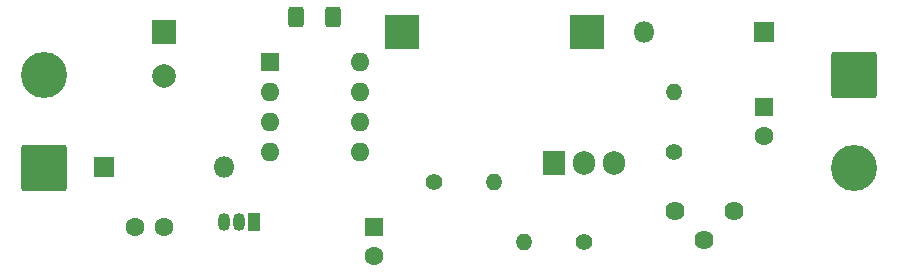
<source format=gts>
%TF.GenerationSoftware,KiCad,Pcbnew,(6.0.1)*%
%TF.CreationDate,2022-12-28T21:20:28+01:00*%
%TF.ProjectId,nixie_power_supply,6e697869-655f-4706-9f77-65725f737570,rev?*%
%TF.SameCoordinates,Original*%
%TF.FileFunction,Soldermask,Top*%
%TF.FilePolarity,Negative*%
%FSLAX46Y46*%
G04 Gerber Fmt 4.6, Leading zero omitted, Abs format (unit mm)*
G04 Created by KiCad (PCBNEW (6.0.1)) date 2022-12-28 21:20:28*
%MOMM*%
%LPD*%
G01*
G04 APERTURE LIST*
G04 Aperture macros list*
%AMRoundRect*
0 Rectangle with rounded corners*
0 $1 Rounding radius*
0 $2 $3 $4 $5 $6 $7 $8 $9 X,Y pos of 4 corners*
0 Add a 4 corners polygon primitive as box body*
4,1,4,$2,$3,$4,$5,$6,$7,$8,$9,$2,$3,0*
0 Add four circle primitives for the rounded corners*
1,1,$1+$1,$2,$3*
1,1,$1+$1,$4,$5*
1,1,$1+$1,$6,$7*
1,1,$1+$1,$8,$9*
0 Add four rect primitives between the rounded corners*
20,1,$1+$1,$2,$3,$4,$5,0*
20,1,$1+$1,$4,$5,$6,$7,0*
20,1,$1+$1,$6,$7,$8,$9,0*
20,1,$1+$1,$8,$9,$2,$3,0*%
G04 Aperture macros list end*
%ADD10R,1.600000X1.600000*%
%ADD11O,1.600000X1.600000*%
%ADD12C,1.620000*%
%ADD13C,1.400000*%
%ADD14O,1.400000X1.400000*%
%ADD15RoundRect,0.250000X-0.400000X-0.625000X0.400000X-0.625000X0.400000X0.625000X-0.400000X0.625000X0*%
%ADD16R,1.050000X1.500000*%
%ADD17O,1.050000X1.500000*%
%ADD18R,1.905000X2.000000*%
%ADD19O,1.905000X2.000000*%
%ADD20R,3.000000X2.900000*%
%ADD21RoundRect,0.250002X-1.699998X1.699998X-1.699998X-1.699998X1.699998X-1.699998X1.699998X1.699998X0*%
%ADD22C,3.900000*%
%ADD23RoundRect,0.250002X1.699998X-1.699998X1.699998X1.699998X-1.699998X1.699998X-1.699998X-1.699998X0*%
%ADD24R,1.800000X1.800000*%
%ADD25O,1.800000X1.800000*%
%ADD26C,1.600000*%
%ADD27R,2.000000X2.000000*%
%ADD28C,2.000000*%
G04 APERTURE END LIST*
D10*
%TO.C,U1*%
X110500000Y-71130000D03*
D11*
X110500000Y-73670000D03*
X110500000Y-76210000D03*
X110500000Y-78750000D03*
X118120000Y-78750000D03*
X118120000Y-76210000D03*
X118120000Y-73670000D03*
X118120000Y-71130000D03*
%TD*%
D12*
%TO.C,RV1*%
X149820000Y-83765000D03*
X147320000Y-86265000D03*
X144820000Y-83765000D03*
%TD*%
D13*
%TO.C,R5*%
X144780000Y-78740000D03*
D14*
X144780000Y-73660000D03*
%TD*%
D13*
%TO.C,R3*%
X137160000Y-86360000D03*
D14*
X132080000Y-86360000D03*
%TD*%
D13*
%TO.C,R2*%
X124460000Y-81280000D03*
D14*
X129540000Y-81280000D03*
%TD*%
D15*
%TO.C,R1*%
X112750000Y-67310000D03*
X115850000Y-67310000D03*
%TD*%
D16*
%TO.C,Q2*%
X109220000Y-84730000D03*
D17*
X107950000Y-84730000D03*
X106680000Y-84730000D03*
%TD*%
D18*
%TO.C,Q1*%
X134620000Y-79685000D03*
D19*
X137160000Y-79685000D03*
X139700000Y-79685000D03*
%TD*%
D20*
%TO.C,L1*%
X121690000Y-68580000D03*
X137390000Y-68580000D03*
%TD*%
D21*
%TO.C,J2*%
X160020000Y-72300000D03*
D22*
X160020000Y-80100000D03*
%TD*%
D23*
%TO.C,J1*%
X91440000Y-80100000D03*
D22*
X91440000Y-72300000D03*
%TD*%
D24*
%TO.C,D2*%
X152400000Y-68580000D03*
D25*
X142240000Y-68580000D03*
%TD*%
D24*
%TO.C,D1*%
X96520000Y-80010000D03*
D25*
X106680000Y-80010000D03*
%TD*%
D10*
%TO.C,C4*%
X119380000Y-85090000D03*
D26*
X119380000Y-87590000D03*
%TD*%
D10*
%TO.C,C3*%
X152400000Y-74930000D03*
D26*
X152400000Y-77430000D03*
%TD*%
%TO.C,C2*%
X101600000Y-85090000D03*
X99100000Y-85090000D03*
%TD*%
D27*
%TO.C,C1*%
X101600000Y-68580000D03*
D28*
X101600000Y-72380000D03*
%TD*%
M02*

</source>
